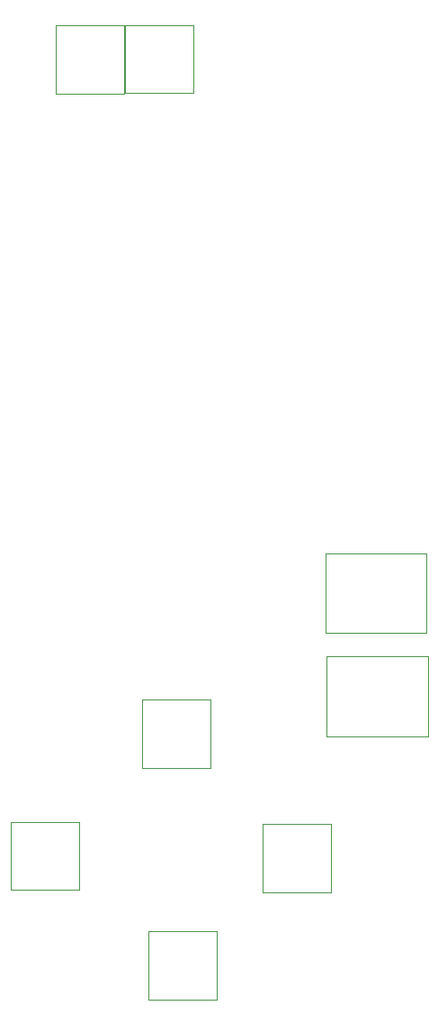
<source format=gbr>
%TF.GenerationSoftware,KiCad,Pcbnew,9.0.2*%
%TF.CreationDate,2025-07-01T09:30:54-07:00*%
%TF.ProjectId,solder,736f6c64-6572-42e6-9b69-6361645f7063,rev?*%
%TF.SameCoordinates,Original*%
%TF.FileFunction,Other,User*%
%FSLAX46Y46*%
G04 Gerber Fmt 4.6, Leading zero omitted, Abs format (unit mm)*
G04 Created by KiCad (PCBNEW 9.0.2) date 2025-07-01 09:30:54*
%MOMM*%
%LPD*%
G01*
G04 APERTURE LIST*
%ADD10C,0.050000*%
G04 APERTURE END LIST*
D10*
%TO.C,SW1*%
X151935000Y-93450000D02*
X152185000Y-93450000D01*
X151935000Y-93700000D02*
X151935000Y-93450000D01*
X151935000Y-100700000D02*
X151935000Y-93700000D01*
X151935000Y-100700000D02*
X151935000Y-100950000D01*
X151935000Y-100950000D02*
X152185000Y-100950000D01*
X152185000Y-93450000D02*
X161185000Y-93450000D01*
X161185000Y-93450000D02*
X161435000Y-93450000D01*
X161185000Y-100950000D02*
X152185000Y-100950000D01*
X161185000Y-100950000D02*
X161435000Y-100950000D01*
X161435000Y-93450000D02*
X161435000Y-93700000D01*
X161435000Y-93700000D02*
X161435000Y-100700000D01*
X161435000Y-100950000D02*
X161435000Y-100700000D01*
%TO.C,D4*%
X122330000Y-118670000D02*
X122330000Y-125090000D01*
X122330000Y-125090000D02*
X128760000Y-125090000D01*
X128760000Y-118670000D02*
X122330000Y-118670000D01*
X128760000Y-125090000D02*
X128760000Y-118670000D01*
%TO.C,D6*%
X146015000Y-118860000D02*
X146015000Y-125280000D01*
X146015000Y-125280000D02*
X152445000Y-125280000D01*
X152445000Y-118860000D02*
X146015000Y-118860000D01*
X152445000Y-125280000D02*
X152445000Y-118860000D01*
%TO.C,D2*%
X133095567Y-43822545D02*
X133095567Y-50242545D01*
X133095567Y-50242545D02*
X139525567Y-50242545D01*
X139525567Y-43822545D02*
X133095567Y-43822545D01*
X139525567Y-50242545D02*
X139525567Y-43822545D01*
%TO.C,SW2*%
X152085000Y-103150000D02*
X152335000Y-103150000D01*
X152085000Y-103400000D02*
X152085000Y-103150000D01*
X152085000Y-110400000D02*
X152085000Y-103400000D01*
X152085000Y-110400000D02*
X152085000Y-110650000D01*
X152085000Y-110650000D02*
X152335000Y-110650000D01*
X152335000Y-103150000D02*
X161335000Y-103150000D01*
X161335000Y-103150000D02*
X161585000Y-103150000D01*
X161335000Y-110650000D02*
X152335000Y-110650000D01*
X161335000Y-110650000D02*
X161585000Y-110650000D01*
X161585000Y-103150000D02*
X161585000Y-103400000D01*
X161585000Y-103400000D02*
X161585000Y-110400000D01*
X161585000Y-110650000D02*
X161585000Y-110400000D01*
%TO.C,D5*%
X135280000Y-128940000D02*
X135280000Y-135360000D01*
X135280000Y-135360000D02*
X141710000Y-135360000D01*
X141710000Y-128940000D02*
X135280000Y-128940000D01*
X141710000Y-135360000D02*
X141710000Y-128940000D01*
%TO.C,D3*%
X134720000Y-107220000D02*
X134720000Y-113640000D01*
X134720000Y-113640000D02*
X141150000Y-113640000D01*
X141150000Y-107220000D02*
X134720000Y-107220000D01*
X141150000Y-113640000D02*
X141150000Y-107220000D01*
%TO.C,D1*%
X126562285Y-43867420D02*
X126562285Y-50287420D01*
X126562285Y-50287420D02*
X132992285Y-50287420D01*
X132992285Y-43867420D02*
X126562285Y-43867420D01*
X132992285Y-50287420D02*
X132992285Y-43867420D01*
%TD*%
M02*

</source>
